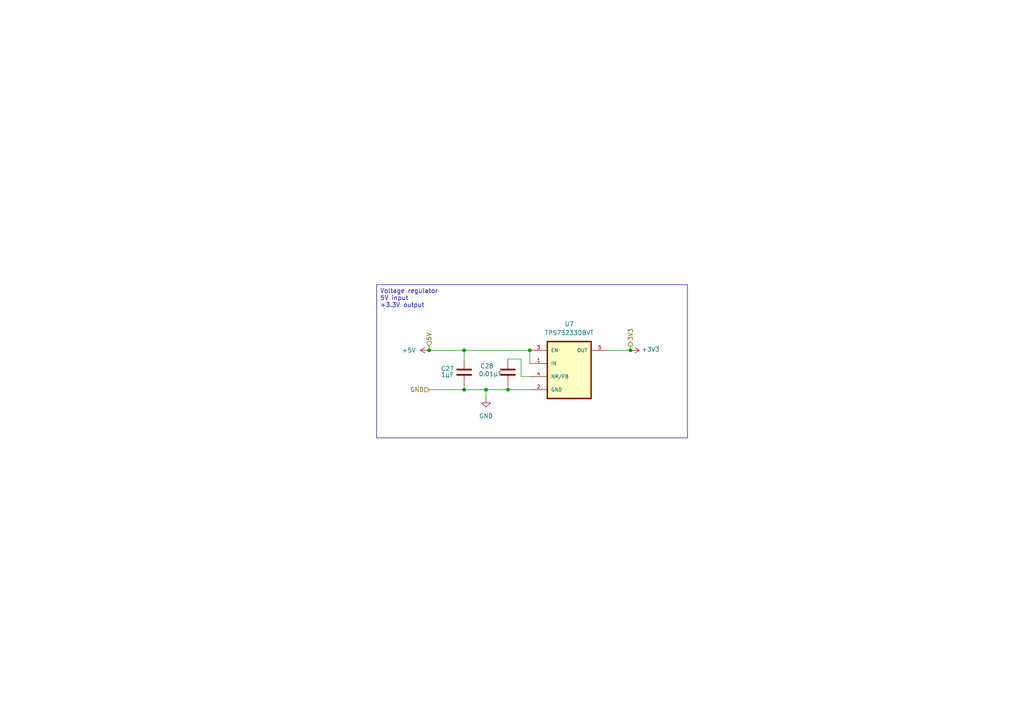
<source format=kicad_sch>
(kicad_sch (version 20231120) (generator "eeschema") (generator_version "8.0")
  (paper "A4")
  (lib_symbols
    (symbol "Device:C" (pin_numbers hide) (pin_names (offset 0.254))
      (property "Reference" "C" (at 0.635 2.54 0))
      (property "Value" "C" (at 0.635 -2.54 0))
      (symbol "C_0_1"
        (polyline (pts (xy -2.032 -0.762) (xy 2.032 -0.762)) (stroke (width 0.508)))
        (polyline (pts (xy -2.032 0.762) (xy 2.032 0.762)) (stroke (width 0.508)))
      )
      (symbol "C_1_1"
        (pin passive line (at 0 3.81 270) (length 2.794) (name "~") (number "1"))
        (pin passive line (at 0 -3.81 90) (length 2.794) (name "~") (number "2"))
      )
    )
    (symbol "custom_lib:TPS73233DBVT" (pin_names (offset 1.016))
      (property "Reference" "U" (at -12.7 11.16 0))
      (property "Value" "TPS73233DBVT" (at -12.7 -14.16 0))
      (symbol "TPS73233DBVT_0_0"
        (rectangle (start -12.7 10.16) (end 0 -6.35) (stroke (width 0.4064)) (fill (type background)))
        (pin input line (at -17.78 3.81 0) (length 5.08) (name "IN") (number "1"))
        (pin power_in line (at -17.78 -3.81 0) (length 5.08) (name "GND") (number "2"))
        (pin input line (at -17.78 7.62 0) (length 5.08) (name "EN") (number "3"))
        (pin input line (at -17.78 0 0) (length 5.08) (name "NR/FB") (number "4"))
        (pin output line (at 5.08 7.62 180) (length 5.08) (name "OUT") (number "5"))
      )
    )
    (symbol "power:+3V3" (power) (pin_numbers hide) (pin_names (offset 0) hide)
      (property "Value" "+3V3" (at 0 3.556 0))
      (symbol "+3V3_0_1"
        (polyline (pts (xy -0.762 1.27) (xy 0 2.54)))
        (polyline (pts (xy 0 0) (xy 0 2.54)))
        (polyline (pts (xy 0 2.54) (xy 0.762 1.27)))
      )
      (symbol "+3V3_1_1"
        (pin power_in line (at 0 0 90) (length 0) (name "~") (number "1"))
      )
    )
    (symbol "power:+5V" (power) (pin_numbers hide) (pin_names (offset 0) hide)
      (property "Value" "+5V" (at 0 3.556 0))
      (symbol "+5V_0_1"
        (polyline (pts (xy -0.762 1.27) (xy 0 2.54)))
        (polyline (pts (xy 0 0) (xy 0 2.54)))
        (polyline (pts (xy 0 2.54) (xy 0.762 1.27)))
      )
      (symbol "+5V_1_1"
        (pin power_in line (at 0 0 90) (length 0) (name "~") (number "1"))
      )
    )
    (symbol "power:GND" (power) (pin_numbers hide) (pin_names (offset 0) hide)
      (property "Value" "GND" (at 0 -3.81 0))
      (symbol "GND_0_1"
        (polyline (pts (xy 0 0) (xy 0 -1.27) (xy 1.27 -1.27) (xy 0 -2.54) (xy -1.27 -1.27) (xy 0 -1.27)))
      )
      (symbol "GND_1_1"
        (pin power_in line (at 0 0 270) (length 0) (name "~") (number "1"))
      )
    )
  )
  (junction (at 134.62 101.6))
  (junction (at 147.32 113.03))
  (junction (at 140.97 113.03))
  (junction (at 134.62 113.03))
  (junction (at 182.88 101.6))
  (junction (at 153.67 101.6))
  (junction (at 124.46 101.6))
  (wire (pts (xy 140.97 115.57) (xy 140.97 113.03)))
  (wire (pts (xy 134.62 101.6) (xy 153.67 101.6)))
  (wire (pts (xy 153.67 109.22) (xy 151.13 109.22)))
  (wire (pts (xy 176.53 101.6) (xy 182.88 101.6)))
  (wire (pts (xy 147.32 113.03) (xy 153.67 113.03)))
  (wire (pts (xy 134.62 101.6) (xy 134.62 104.14)))
  (wire (pts (xy 140.97 113.03) (xy 147.32 113.03)))
  (wire (pts (xy 151.13 104.14) (xy 147.32 104.14)))
  (wire (pts (xy 124.46 113.03) (xy 134.62 113.03)))
  (wire (pts (xy 153.67 101.6) (xy 153.67 105.41)))
  (wire (pts (xy 182.88 100.33) (xy 182.88 101.6)))
  (wire (pts (xy 124.46 100.33) (xy 124.46 101.6)))
  (wire (pts (xy 134.62 111.76) (xy 134.62 113.03)))
  (wire (pts (xy 147.32 111.76) (xy 147.32 113.03)))
  (wire (pts (xy 124.46 101.6) (xy 134.62 101.6)))
  (wire (pts (xy 151.13 109.22) (xy 151.13 104.14)))
  (wire (pts (xy 134.62 113.03) (xy 140.97 113.03)))
  (rectangle (start 109.22 82.55) (end 199.39 127))
  (text "Voltage regulator\n5V input\n+3.3V output" (at 110.236 83.82 0) (effects (font (size 1.27 1.27)) (justify left top)))
  (hierarchical_label "3V3" (shape output) (at 182.88 100.33 90))
  (hierarchical_label "5V" (shape input) (at 124.46 100.33 90))
  (hierarchical_label "GND" (shape input) (at 124.46 113.03 180))
  (symbol (lib_id "power:+3V3") (at 182.88 101.6 270) (unit 1)
    (property "Reference" "#PWR030" (effects (hide yes)))
    (property "Value" "+3V3" (at 188.722 101.346 90))
    (property "Description" "Power symbol creates a global label with name \"+3V3\"" (effects (hide yes)))
  )
  (symbol (lib_id "custom_lib:TPS73233DBVT") (at 171.45 109.22 0) (unit 1)
    (property "Reference" "U7" (at 165.1 93.98 0))
    (property "Value" "TPS73233DBVT" (at 165.1 96.52 0))
    (property "Footprint" "CustomLib:73233" (effects (hide yes)))
    (property "MF" "Texas Instruments" (effects (hide yes)))
    (property "Description_1" "\n250-mA, high-accuracy, ultra-low-dropout voltage regulator with reverse current protection & enable\n" (effects (hide yes)))
    (property "Package" "SOT-23-5 Texas Instruments" (effects (hide yes)))
    (property "Price" "None" (effects (hide yes)))
    (property "SnapEDA_Link" "https://www.snapeda.com/parts/TPS73233DBVT/Texas+Instruments/view-part/?ref=snap" (effects (hide yes)))
    (property "MP" "TPS73233DBVT" (effects (hide yes)))
    (property "Purchase-URL" "https://www.snapeda.com/api/url_track_click_mouser/?unipart_id=227087&manufacturer=Texas Instruments&part_name=TPS73233DBVT&search_term=tps73233dbvt" (effects (hide yes)))
    (property "Availability" "In Stock" (effects (hide yes)))
    (property "Check_prices" "https://www.snapeda.com/parts/TPS73233DBVT/Texas+Instruments/view-part/?ref=eda" (effects (hide yes)))
  )
  (symbol (lib_id "power:GND") (at 140.97 115.57 0) (unit 1)
    (property "Reference" "#PWR026" (effects (hide yes)))
    (property "Value" "GND" (at 140.97 120.65 0))
    (property "Description" "Power symbol creates a global label with name \"GND\" , ground" (effects (hide yes)))
  )
  (symbol (lib_id "Device:C") (at 134.62 107.95 180) (unit 1)
    (property "Reference" "C27" (at 129.794 106.934 0))
    (property "Value" "1µF" (at 129.794 108.712 0))
    (property "Footprint" "Capacitor_SMD:C_0603_1608Metric_Pad1.08x0.95mm_HandSolder" (effects (hide yes)))
    (property "Description" "Unpolarized capacitor" (effects (hide yes)))
  )
  (symbol (lib_id "power:+5V") (at 124.46 101.6 90) (unit 1)
    (property "Reference" "#PWR08" (effects (hide yes)))
    (property "Value" "+5V" (at 120.65 101.5999 90) (effects (justify left)))
    (property "Description" "Power symbol creates a global label with name \"+5V\"" (effects (hide yes)))
  )
  (symbol (lib_id "Device:C") (at 147.32 107.95 180) (unit 1)
    (property "Reference" "C28" (at 141.224 106.172 0))
    (property "Value" "0.01µF" (at 142.24 108.458 0))
    (property "Footprint" "Capacitor_SMD:C_0603_1608Metric_Pad1.08x0.95mm_HandSolder" (effects (hide yes)))
    (property "Description" "Unpolarized capacitor" (effects (hide yes)))
  )
)
</source>
